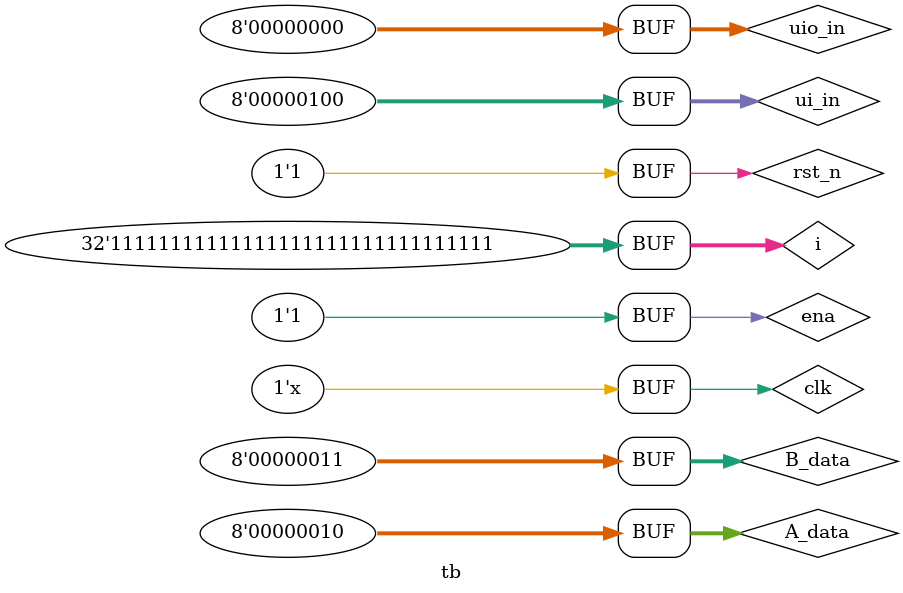
<source format=v>
`default_nettype none
`timescale 1ns / 1ps

/* This testbench just instantiates the module and makes some convenient wires
   that can be driven / tested by the cocotb test.py.
*/
module tb ();

  // VCD Dump
  initial begin
    $dumpfile("tb.vcd");
    $dumpvars(0, tb);
  end

  // DUT Interface
  reg clk;
  reg rst_n;
  reg ena;
  reg [7:0] ui_in;
  reg [7:0] uio_in;
  wire [7:0] uo_out;
  wire [7:0] uio_out;
  wire [7:0] uio_oe;

`ifdef GL_TEST
  wire VPWR = 1'b1;
  wire VGND = 1'b0;
`endif

  // Instantiate DUT
  tt_um_serdes user_project (
`ifdef GL_TEST
    .VPWR(VPWR),
    .VGND(VGND),
`endif
    .clk    (clk),
    .rst_n  (rst_n),
    .ena    (ena),
    .ui_in  (ui_in),
    .uo_out (uo_out),
    .uio_in (uio_in),
    .uio_out(uio_out),
    .uio_oe (uio_oe)
  );

  // Clock generation: 10ns period
  always #5 clk = ~clk;

  // Internal test registers
  reg [7:0] A_data = 8'h02; // 11000011
  reg [7:0] B_data = 8'h03; // 01011010
  integer i;

  initial begin
    // Initialize
    clk = 0;
    rst_n = 0;
    ena = 1;
    ui_in = 0;
    uio_in = 0;

    // Apply reset
    #20 rst_n = 1;

    // Pulse start = 1 for 1 cycle
    ui_in[0] = 1'b1;  // start
    #10;
    ui_in[0] = 1'b0;  // stop start signal

    // Shift in 8 bits MSB to LSB
    for (i = 7; i >= 0; i = i - 1) begin
      ui_in[1] = A_data[i];  // a_bit
      ui_in[2] = B_data[i];  // b_bit
      #10;
    end

    // Wait to observe cipher output and done
   // #50 $finish;
  end

endmodule

</source>
